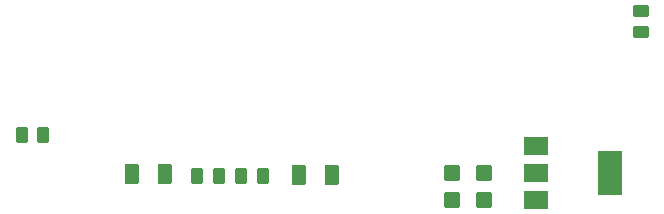
<source format=gbr>
%TF.GenerationSoftware,KiCad,Pcbnew,(6.0.7)*%
%TF.CreationDate,2023-01-02T03:09:55+00:00*%
%TF.ProjectId,CPC-40007AdapterLM1117,4350432d-3430-4303-9037-416461707465,rev?*%
%TF.SameCoordinates,Original*%
%TF.FileFunction,Paste,Top*%
%TF.FilePolarity,Positive*%
%FSLAX46Y46*%
G04 Gerber Fmt 4.6, Leading zero omitted, Abs format (unit mm)*
G04 Created by KiCad (PCBNEW (6.0.7)) date 2023-01-02 03:09:55*
%MOMM*%
%LPD*%
G01*
G04 APERTURE LIST*
G04 Aperture macros list*
%AMRoundRect*
0 Rectangle with rounded corners*
0 $1 Rounding radius*
0 $2 $3 $4 $5 $6 $7 $8 $9 X,Y pos of 4 corners*
0 Add a 4 corners polygon primitive as box body*
4,1,4,$2,$3,$4,$5,$6,$7,$8,$9,$2,$3,0*
0 Add four circle primitives for the rounded corners*
1,1,$1+$1,$2,$3*
1,1,$1+$1,$4,$5*
1,1,$1+$1,$6,$7*
1,1,$1+$1,$8,$9*
0 Add four rect primitives between the rounded corners*
20,1,$1+$1,$2,$3,$4,$5,0*
20,1,$1+$1,$4,$5,$6,$7,0*
20,1,$1+$1,$6,$7,$8,$9,0*
20,1,$1+$1,$8,$9,$2,$3,0*%
G04 Aperture macros list end*
%ADD10R,2.000000X1.500000*%
%ADD11R,2.000000X3.800000*%
%ADD12RoundRect,0.250000X0.450000X0.425000X-0.450000X0.425000X-0.450000X-0.425000X0.450000X-0.425000X0*%
%ADD13RoundRect,0.250000X-0.262500X-0.450000X0.262500X-0.450000X0.262500X0.450000X-0.262500X0.450000X0*%
%ADD14RoundRect,0.250000X-0.375000X-0.625000X0.375000X-0.625000X0.375000X0.625000X-0.375000X0.625000X0*%
%ADD15RoundRect,0.250000X0.262500X0.450000X-0.262500X0.450000X-0.262500X-0.450000X0.262500X-0.450000X0*%
%ADD16RoundRect,0.250000X0.450000X-0.262500X0.450000X0.262500X-0.450000X0.262500X-0.450000X-0.262500X0*%
G04 APERTURE END LIST*
D10*
%TO.C,U1*%
X184200400Y-37476400D03*
D11*
X190500400Y-39776400D03*
D10*
X184200400Y-39776400D03*
X184200400Y-42076400D03*
%TD*%
D12*
%TO.C,C2*%
X179810400Y-39776400D03*
X177110400Y-39776400D03*
%TD*%
D13*
%TO.C,R5*%
X155526100Y-40055800D03*
X157351100Y-40055800D03*
%TD*%
D12*
%TO.C,C1*%
X179810400Y-42087800D03*
X177110400Y-42087800D03*
%TD*%
D14*
%TO.C,D1*%
X150009400Y-39852600D03*
X152809400Y-39852600D03*
%TD*%
%TO.C,D2*%
X164157200Y-39928800D03*
X166957200Y-39928800D03*
%TD*%
D15*
%TO.C,R6*%
X161084900Y-40055800D03*
X159259900Y-40055800D03*
%TD*%
D16*
%TO.C,R2*%
X193065400Y-27887300D03*
X193065400Y-26062300D03*
%TD*%
D13*
%TO.C,R1*%
X140687500Y-36600000D03*
X142512500Y-36600000D03*
%TD*%
M02*

</source>
